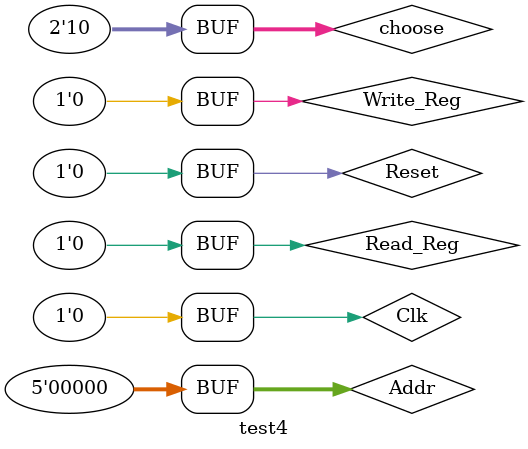
<source format=v>
`timescale 1ns / 1ps


module test4;

	// Inputs
	reg [4:0] Addr;
	reg Write_Reg;
	reg Clk;
	reg Reset;
	reg Read_Reg;
	reg [1:0] choose;

	// Outputs
	wire [7:0] LED;

	// Instantiate the Unit Under Test (UUT)
	jicunqi uut (
		.Addr(Addr), 
		.Write_Reg(Write_Reg), 
		.Clk(Clk), 
		.Reset(Reset), 
		.Read_Reg(Read_Reg), 
		.choose(choose), 
		.LED(LED)
	);

	initial begin
		// Initialize Inputs
		Addr = 0;
		Write_Reg = 0;
		Clk = 1;
		Reset = 0;
		Read_Reg = 0;
		choose = 0;

		// Wait 100 ns for global reset to finish
		#100;
        
		// Add stimulus here
		Addr = 0;
		Write_Reg = 1;
		Clk = 0;
		Reset = 0;
		Read_Reg = 0;
		choose = 3;
		#100;
		Addr = 0;
		Write_Reg = 0;
		Clk = 1;
		Reset = 0;
		Read_Reg = 0;
		choose = 0;
		#100;
		Addr = 0;
		Write_Reg = 0;
		Clk =0 ;
		Reset = 0;
		Read_Reg = 0;
		choose = 1;
		#100;
		Addr = 0;
		Write_Reg = 0;
		Clk = 1;
		Reset = 0;
		Read_Reg = 0;
		choose = 0;
		#100;
		Addr = 0;
		Write_Reg = 0;
		Clk = 0;
		Reset = 0;
		Read_Reg = 0;
		choose = 2;
		#100;

	end
      
endmodule


</source>
